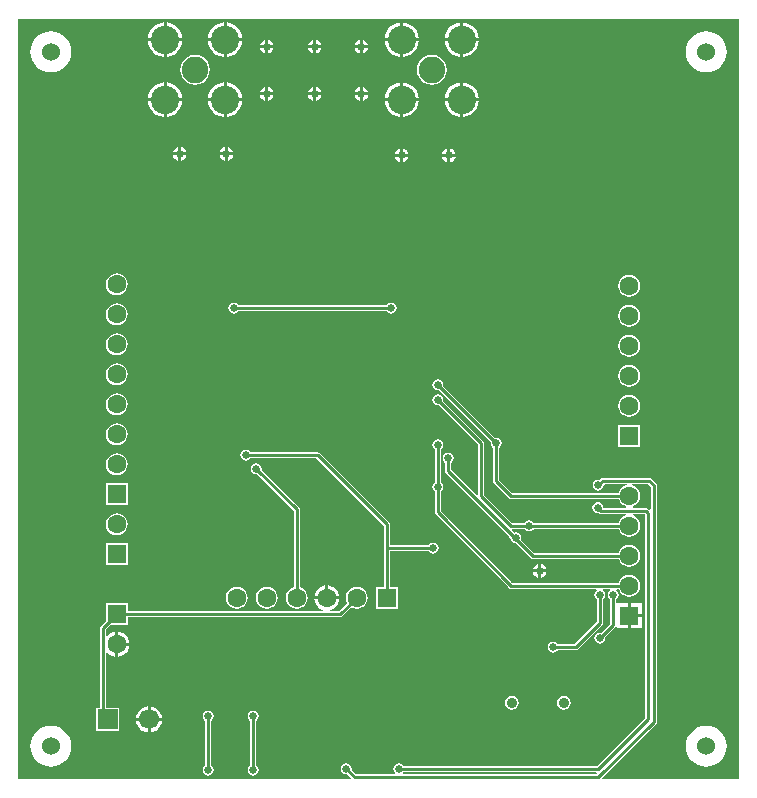
<source format=gbl>
G04*
G04 #@! TF.GenerationSoftware,Altium Limited,Altium NEXUS,2.1.7 (73)*
G04*
G04 Layer_Physical_Order=2*
G04 Layer_Color=16711680*
%FSLAX44Y44*%
%MOMM*%
G71*
G01*
G75*
%ADD14C,0.2540*%
%ADD51C,0.6500*%
%ADD52C,1.5240*%
%ADD53C,0.9000*%
%ADD54R,1.6000X1.6000*%
%ADD55C,1.6000*%
%ADD56C,2.4000*%
%ADD57C,2.2500*%
%ADD58R,1.7000X1.7000*%
%ADD59C,1.7000*%
%ADD60R,1.6000X1.6000*%
G36*
X792430Y518357D02*
Y499320D01*
X791160Y498794D01*
X790283Y499671D01*
X789443Y500233D01*
X788452Y500430D01*
X777504D01*
X777251Y501700D01*
X779045Y502443D01*
X780981Y503929D01*
X782467Y505865D01*
X783401Y508120D01*
X783720Y510540D01*
X783401Y512960D01*
X782467Y515215D01*
X780981Y517151D01*
X779045Y518637D01*
X776790Y519571D01*
X776587Y519598D01*
X776670Y520868D01*
X789919D01*
X792430Y518357D01*
D02*
G37*
G36*
X747112Y275540D02*
X746643Y274930D01*
X583554D01*
X582874Y276200D01*
X582945Y276329D01*
X583421Y276810D01*
X746491D01*
X747112Y275540D01*
D02*
G37*
G36*
X867126Y914116D02*
Y270794D01*
X751930D01*
X751444Y271968D01*
X796851Y317375D01*
X797413Y318215D01*
X797610Y319206D01*
Y519430D01*
X797413Y520421D01*
X796851Y521261D01*
X792823Y525289D01*
X791983Y525850D01*
X790992Y526048D01*
X752058D01*
X751067Y525850D01*
X750227Y525289D01*
X748819Y523882D01*
X748030Y524039D01*
X746266Y523688D01*
X744771Y522689D01*
X743772Y521194D01*
X743421Y519430D01*
X743772Y517666D01*
X744771Y516171D01*
X746266Y515172D01*
X748030Y514821D01*
X749794Y515172D01*
X751289Y516171D01*
X752288Y517666D01*
X752639Y519430D01*
X752558Y519835D01*
X753459Y520868D01*
X772070D01*
X772153Y519598D01*
X771950Y519571D01*
X769695Y518637D01*
X767759Y517151D01*
X766273Y515215D01*
X765409Y513130D01*
X675443D01*
X664260Y524313D01*
Y551284D01*
X664929Y551731D01*
X665928Y553226D01*
X666279Y554990D01*
X665928Y556754D01*
X664929Y558249D01*
X663434Y559248D01*
X661670Y559599D01*
X660881Y559442D01*
X616592Y603731D01*
X616749Y604520D01*
X616398Y606284D01*
X615399Y607779D01*
X613904Y608778D01*
X612140Y609129D01*
X610376Y608778D01*
X608881Y607779D01*
X607882Y606284D01*
X607531Y604520D01*
X607882Y602756D01*
X608881Y601261D01*
X610376Y600262D01*
X612140Y599911D01*
X612929Y600068D01*
X657218Y555779D01*
X657061Y554990D01*
X657412Y553226D01*
X658411Y551731D01*
X659080Y551284D01*
Y523240D01*
X659277Y522249D01*
X659839Y521409D01*
X672539Y508709D01*
X673379Y508147D01*
X674370Y507950D01*
X765409D01*
X766273Y505865D01*
X767759Y503929D01*
X769695Y502443D01*
X771489Y501700D01*
X771236Y500430D01*
X752551D01*
X752379Y500640D01*
X752028Y502404D01*
X751029Y503899D01*
X749534Y504898D01*
X747770Y505249D01*
X746006Y504898D01*
X744511Y503899D01*
X743512Y502404D01*
X743161Y500640D01*
X743512Y498876D01*
X744511Y497381D01*
X746006Y496382D01*
X747770Y496031D01*
X748559Y496188D01*
X748739Y496009D01*
X749579Y495447D01*
X750570Y495250D01*
X771236D01*
X771489Y493980D01*
X769695Y493237D01*
X767759Y491751D01*
X766273Y489815D01*
X765409Y487730D01*
X693316D01*
X692869Y488399D01*
X691374Y489398D01*
X689610Y489749D01*
X687846Y489398D01*
X686351Y488399D01*
X685904Y487730D01*
X675443D01*
X651560Y511613D01*
Y554990D01*
X651363Y555981D01*
X650801Y556821D01*
X616592Y591031D01*
X616749Y591820D01*
X616398Y593584D01*
X615399Y595079D01*
X613904Y596078D01*
X612140Y596429D01*
X610376Y596078D01*
X608881Y595079D01*
X607882Y593584D01*
X607531Y591820D01*
X607882Y590056D01*
X608881Y588561D01*
X610376Y587562D01*
X612140Y587211D01*
X612929Y587368D01*
X646380Y553917D01*
Y511404D01*
X645110Y510878D01*
X623620Y532369D01*
Y538584D01*
X624289Y539031D01*
X625288Y540526D01*
X625639Y542290D01*
X625288Y544054D01*
X624289Y545549D01*
X622794Y546548D01*
X621030Y546899D01*
X619266Y546548D01*
X617771Y545549D01*
X616772Y544054D01*
X616421Y542290D01*
X616772Y540526D01*
X617771Y539031D01*
X618440Y538584D01*
Y531296D01*
X618637Y530305D01*
X619199Y529465D01*
X673590Y475073D01*
X673571Y474980D01*
X673922Y473216D01*
X674921Y471721D01*
X676416Y470722D01*
X678180Y470371D01*
X678273Y470390D01*
X690755Y457909D01*
X691595Y457347D01*
X692586Y457150D01*
X765409D01*
X766273Y455065D01*
X767759Y453129D01*
X769695Y451643D01*
X771950Y450709D01*
X774370Y450390D01*
X776790Y450709D01*
X779045Y451643D01*
X780981Y453129D01*
X782467Y455065D01*
X783401Y457320D01*
X783720Y459740D01*
X783401Y462160D01*
X782467Y464415D01*
X780981Y466351D01*
X779045Y467837D01*
X776790Y468771D01*
X774370Y469090D01*
X771950Y468771D01*
X769695Y467837D01*
X767759Y466351D01*
X766273Y464415D01*
X765409Y462330D01*
X693659D01*
X682493Y473495D01*
X682789Y474980D01*
X682438Y476744D01*
X681439Y478239D01*
X679944Y479238D01*
X678180Y479589D01*
X676695Y479293D01*
X674708Y481280D01*
X675234Y482550D01*
X685904D01*
X686351Y481881D01*
X687846Y480882D01*
X689610Y480531D01*
X691374Y480882D01*
X692869Y481881D01*
X693316Y482550D01*
X765409D01*
X766273Y480465D01*
X767759Y478529D01*
X769695Y477043D01*
X771950Y476109D01*
X774370Y475790D01*
X776790Y476109D01*
X779045Y477043D01*
X780981Y478529D01*
X782467Y480465D01*
X783401Y482720D01*
X783720Y485140D01*
X783401Y487560D01*
X782467Y489815D01*
X780981Y491751D01*
X779045Y493237D01*
X777251Y493980D01*
X777504Y495250D01*
X787350D01*
Y322383D01*
X746957Y281990D01*
X582826D01*
X582379Y282659D01*
X580884Y283658D01*
X579120Y284009D01*
X577356Y283658D01*
X575861Y282659D01*
X574862Y281164D01*
X574511Y279400D01*
X574862Y277636D01*
X575822Y276200D01*
X575754Y275867D01*
X575388Y274930D01*
X542803D01*
X539122Y278611D01*
X539279Y279400D01*
X538928Y281164D01*
X537929Y282659D01*
X536434Y283658D01*
X534670Y284009D01*
X532906Y283658D01*
X531411Y282659D01*
X530412Y281164D01*
X530061Y279400D01*
X530412Y277636D01*
X531411Y276141D01*
X532906Y275142D01*
X534670Y274791D01*
X535459Y274948D01*
X538440Y271968D01*
X537954Y270794D01*
X256824D01*
Y914116D01*
X867126Y914116D01*
D02*
G37*
%LPC*%
G36*
X433400Y911318D02*
Y898090D01*
X446628D01*
X446296Y900616D01*
X444831Y904153D01*
X442500Y907190D01*
X439463Y909521D01*
X435926Y910986D01*
X433400Y911318D01*
D02*
G37*
G36*
X430860D02*
X428334Y910986D01*
X424797Y909521D01*
X421760Y907190D01*
X419429Y904153D01*
X417964Y900616D01*
X417632Y898090D01*
X430860D01*
Y911318D01*
D02*
G37*
G36*
X382600D02*
Y898090D01*
X395828D01*
X395496Y900616D01*
X394031Y904153D01*
X391700Y907190D01*
X388663Y909521D01*
X385126Y910986D01*
X382600Y911318D01*
D02*
G37*
G36*
X380060D02*
X377534Y910986D01*
X373997Y909521D01*
X370960Y907190D01*
X368629Y904153D01*
X367164Y900616D01*
X366832Y898090D01*
X380060D01*
Y911318D01*
D02*
G37*
G36*
X633720Y911268D02*
Y898040D01*
X646948D01*
X646616Y900566D01*
X645151Y904103D01*
X642820Y907140D01*
X639783Y909471D01*
X636246Y910936D01*
X633720Y911268D01*
D02*
G37*
G36*
X582920D02*
Y898040D01*
X596148D01*
X595816Y900566D01*
X594351Y904103D01*
X592020Y907140D01*
X588983Y909471D01*
X585446Y910936D01*
X582920Y911268D01*
D02*
G37*
G36*
X631180Y911268D02*
X628654Y910936D01*
X625117Y909471D01*
X622080Y907140D01*
X619749Y904103D01*
X618284Y900566D01*
X617952Y898040D01*
X631180D01*
Y911268D01*
D02*
G37*
G36*
X580380D02*
X577854Y910936D01*
X574317Y909471D01*
X571280Y907140D01*
X568949Y904103D01*
X567484Y900566D01*
X567152Y898040D01*
X580380D01*
Y911268D01*
D02*
G37*
G36*
X548640Y896551D02*
Y892170D01*
X553021D01*
X552824Y893159D01*
X551544Y895074D01*
X549629Y896354D01*
X548640Y896551D01*
D02*
G37*
G36*
X546100D02*
X545111Y896354D01*
X543196Y895074D01*
X541916Y893159D01*
X541719Y892170D01*
X546100D01*
Y896551D01*
D02*
G37*
G36*
X509270D02*
Y892170D01*
X513651D01*
X513454Y893159D01*
X512174Y895074D01*
X510259Y896354D01*
X509270Y896551D01*
D02*
G37*
G36*
X506730D02*
X505741Y896354D01*
X503826Y895074D01*
X502546Y893159D01*
X502349Y892170D01*
X506730D01*
Y896551D01*
D02*
G37*
G36*
X468630D02*
Y892170D01*
X473011D01*
X472814Y893159D01*
X471534Y895074D01*
X469619Y896354D01*
X468630Y896551D01*
D02*
G37*
G36*
X466090D02*
X465101Y896354D01*
X463186Y895074D01*
X461906Y893159D01*
X461709Y892170D01*
X466090D01*
Y896551D01*
D02*
G37*
G36*
X553021Y889630D02*
X548640D01*
Y885249D01*
X549629Y885446D01*
X551544Y886726D01*
X552824Y888641D01*
X553021Y889630D01*
D02*
G37*
G36*
X546100D02*
X541719D01*
X541916Y888641D01*
X543196Y886726D01*
X545111Y885446D01*
X546100Y885249D01*
Y889630D01*
D02*
G37*
G36*
X513651D02*
X509270D01*
Y885249D01*
X510259Y885446D01*
X512174Y886726D01*
X513454Y888641D01*
X513651Y889630D01*
D02*
G37*
G36*
X506730D02*
X502349D01*
X502546Y888641D01*
X503826Y886726D01*
X505741Y885446D01*
X506730Y885249D01*
Y889630D01*
D02*
G37*
G36*
X473011D02*
X468630D01*
Y885249D01*
X469619Y885446D01*
X471534Y886726D01*
X472814Y888641D01*
X473011Y889630D01*
D02*
G37*
G36*
X466090D02*
X461709D01*
X461906Y888641D01*
X463186Y886726D01*
X465101Y885446D01*
X466090Y885249D01*
Y889630D01*
D02*
G37*
G36*
X380060Y895550D02*
X366832D01*
X367164Y893024D01*
X368629Y889487D01*
X370960Y886450D01*
X373997Y884119D01*
X377534Y882654D01*
X380060Y882322D01*
Y895550D01*
D02*
G37*
G36*
X446628Y895550D02*
X433400D01*
Y882322D01*
X435926Y882654D01*
X439463Y884119D01*
X442500Y886450D01*
X444831Y889487D01*
X446296Y893024D01*
X446628Y895550D01*
D02*
G37*
G36*
X430860D02*
X417632D01*
X417964Y893024D01*
X419429Y889487D01*
X421760Y886450D01*
X424797Y884119D01*
X428334Y882654D01*
X430860Y882322D01*
Y895550D01*
D02*
G37*
G36*
X395828Y895550D02*
X382600D01*
Y882322D01*
X385126Y882654D01*
X388663Y884119D01*
X391700Y886450D01*
X394031Y889487D01*
X395496Y893024D01*
X395828Y895550D01*
D02*
G37*
G36*
X646948Y895500D02*
X633720D01*
Y882272D01*
X636246Y882604D01*
X639783Y884069D01*
X642820Y886400D01*
X645151Y889437D01*
X646616Y892974D01*
X646948Y895500D01*
D02*
G37*
G36*
X596148D02*
X582920D01*
Y882272D01*
X585446Y882604D01*
X588983Y884069D01*
X592020Y886400D01*
X594351Y889437D01*
X595816Y892974D01*
X596148Y895500D01*
D02*
G37*
G36*
X631180D02*
X617952D01*
X618284Y892974D01*
X619749Y889437D01*
X622080Y886400D01*
X625117Y884069D01*
X628654Y882604D01*
X631180Y882272D01*
Y895500D01*
D02*
G37*
G36*
X580380D02*
X567152D01*
X567484Y892974D01*
X568949Y889437D01*
X571280Y886400D01*
X574317Y884069D01*
X577854Y882604D01*
X580380Y882272D01*
Y895500D01*
D02*
G37*
G36*
X839470Y903814D02*
X836085Y903480D01*
X832829Y902493D01*
X829829Y900889D01*
X827199Y898731D01*
X825041Y896101D01*
X823437Y893101D01*
X822450Y889846D01*
X822116Y886460D01*
X822450Y883074D01*
X823437Y879819D01*
X825041Y876819D01*
X827199Y874189D01*
X829829Y872031D01*
X832829Y870427D01*
X836085Y869440D01*
X839470Y869106D01*
X842856Y869440D01*
X846111Y870427D01*
X849111Y872031D01*
X851741Y874189D01*
X853899Y876819D01*
X855503Y879819D01*
X856490Y883074D01*
X856824Y886460D01*
X856490Y889846D01*
X855503Y893101D01*
X853899Y896101D01*
X851741Y898731D01*
X849111Y900889D01*
X846111Y902493D01*
X842856Y903480D01*
X839470Y903814D01*
D02*
G37*
G36*
X284480D02*
X281094Y903480D01*
X277839Y902493D01*
X274839Y900889D01*
X272209Y898731D01*
X270051Y896101D01*
X268447Y893101D01*
X267460Y889846D01*
X267126Y886460D01*
X267460Y883074D01*
X268447Y879819D01*
X270051Y876819D01*
X272209Y874189D01*
X274839Y872031D01*
X277839Y870427D01*
X281094Y869440D01*
X284480Y869106D01*
X287866Y869440D01*
X291121Y870427D01*
X294121Y872031D01*
X296751Y874189D01*
X298909Y876819D01*
X300513Y879819D01*
X301500Y883074D01*
X301834Y886460D01*
X301500Y889846D01*
X300513Y893101D01*
X298909Y896101D01*
X296751Y898731D01*
X294121Y900889D01*
X291121Y902493D01*
X287866Y903480D01*
X284480Y903814D01*
D02*
G37*
G36*
X406730Y884048D02*
X403462Y883618D01*
X400416Y882356D01*
X397801Y880349D01*
X395794Y877734D01*
X394532Y874688D01*
X394102Y871420D01*
X394532Y868152D01*
X395794Y865106D01*
X397801Y862491D01*
X400416Y860484D01*
X403462Y859222D01*
X406730Y858792D01*
X409998Y859222D01*
X413044Y860484D01*
X415659Y862491D01*
X417666Y865106D01*
X418928Y868152D01*
X419358Y871420D01*
X418928Y874688D01*
X417666Y877734D01*
X415659Y880349D01*
X413044Y882356D01*
X409998Y883618D01*
X406730Y884048D01*
D02*
G37*
G36*
X607050Y883998D02*
X603782Y883568D01*
X600736Y882306D01*
X598121Y880299D01*
X596114Y877684D01*
X594852Y874638D01*
X594422Y871370D01*
X594852Y868102D01*
X596114Y865056D01*
X598121Y862441D01*
X600736Y860434D01*
X603782Y859172D01*
X607050Y858742D01*
X610318Y859172D01*
X613364Y860434D01*
X615979Y862441D01*
X617986Y865056D01*
X619248Y868102D01*
X619678Y871370D01*
X619248Y874638D01*
X617986Y877684D01*
X615979Y880299D01*
X613364Y882306D01*
X610318Y883568D01*
X607050Y883998D01*
D02*
G37*
G36*
X548640Y856551D02*
Y852170D01*
X553021D01*
X552824Y853159D01*
X551544Y855074D01*
X549629Y856354D01*
X548640Y856551D01*
D02*
G37*
G36*
X546100D02*
X545111Y856354D01*
X543196Y855074D01*
X541916Y853159D01*
X541719Y852170D01*
X546100D01*
Y856551D01*
D02*
G37*
G36*
X509270D02*
Y852170D01*
X513651D01*
X513454Y853159D01*
X512174Y855074D01*
X510259Y856354D01*
X509270Y856551D01*
D02*
G37*
G36*
X506730D02*
X505741Y856354D01*
X503826Y855074D01*
X502546Y853159D01*
X502349Y852170D01*
X506730D01*
Y856551D01*
D02*
G37*
G36*
X468630D02*
Y852170D01*
X473011D01*
X472814Y853159D01*
X471534Y855074D01*
X469619Y856354D01*
X468630Y856551D01*
D02*
G37*
G36*
X466090D02*
X465101Y856354D01*
X463186Y855074D01*
X461906Y853159D01*
X461709Y852170D01*
X466090D01*
Y856551D01*
D02*
G37*
G36*
X433400Y860518D02*
Y847290D01*
X446628D01*
X446296Y849816D01*
X444831Y853353D01*
X442500Y856390D01*
X439463Y858721D01*
X435926Y860186D01*
X433400Y860518D01*
D02*
G37*
G36*
X430860D02*
X428334Y860186D01*
X424797Y858721D01*
X421760Y856390D01*
X419429Y853353D01*
X417964Y849816D01*
X417632Y847290D01*
X430860D01*
Y860518D01*
D02*
G37*
G36*
X382600D02*
Y847290D01*
X395828D01*
X395496Y849816D01*
X394031Y853353D01*
X391700Y856390D01*
X388663Y858721D01*
X385126Y860186D01*
X382600Y860518D01*
D02*
G37*
G36*
X380060D02*
X377534Y860186D01*
X373997Y858721D01*
X370960Y856390D01*
X368629Y853353D01*
X367164Y849816D01*
X366832Y847290D01*
X380060D01*
Y860518D01*
D02*
G37*
G36*
X633720Y860468D02*
Y847240D01*
X646948D01*
X646616Y849766D01*
X645151Y853303D01*
X642820Y856340D01*
X639783Y858671D01*
X636246Y860136D01*
X633720Y860468D01*
D02*
G37*
G36*
X582920D02*
Y847240D01*
X596148D01*
X595816Y849766D01*
X594351Y853303D01*
X592020Y856340D01*
X588983Y858671D01*
X585446Y860136D01*
X582920Y860468D01*
D02*
G37*
G36*
X631180D02*
X628654Y860136D01*
X625117Y858671D01*
X622080Y856340D01*
X619749Y853303D01*
X618284Y849766D01*
X617952Y847240D01*
X631180D01*
Y860468D01*
D02*
G37*
G36*
X580380D02*
X577854Y860136D01*
X574317Y858671D01*
X571280Y856340D01*
X568949Y853303D01*
X567484Y849766D01*
X567152Y847240D01*
X580380D01*
Y860468D01*
D02*
G37*
G36*
X553021Y849630D02*
X548640D01*
Y845249D01*
X549629Y845446D01*
X551544Y846726D01*
X552824Y848641D01*
X553021Y849630D01*
D02*
G37*
G36*
X546100D02*
X541719D01*
X541916Y848641D01*
X543196Y846726D01*
X545111Y845446D01*
X546100Y845249D01*
Y849630D01*
D02*
G37*
G36*
X513651D02*
X509270D01*
Y845249D01*
X510259Y845446D01*
X512174Y846726D01*
X513454Y848641D01*
X513651Y849630D01*
D02*
G37*
G36*
X506730D02*
X502349D01*
X502546Y848641D01*
X503826Y846726D01*
X505741Y845446D01*
X506730Y845249D01*
Y849630D01*
D02*
G37*
G36*
X473011D02*
X468630D01*
Y845249D01*
X469619Y845446D01*
X471534Y846726D01*
X472814Y848641D01*
X473011Y849630D01*
D02*
G37*
G36*
X466090D02*
X461709D01*
X461906Y848641D01*
X463186Y846726D01*
X465101Y845446D01*
X466090Y845249D01*
Y849630D01*
D02*
G37*
G36*
X380060Y844750D02*
X366832D01*
X367164Y842224D01*
X368629Y838687D01*
X370960Y835650D01*
X373997Y833319D01*
X377534Y831854D01*
X380060Y831522D01*
Y844750D01*
D02*
G37*
G36*
X446628Y844750D02*
X433400D01*
Y831522D01*
X435926Y831854D01*
X439463Y833319D01*
X442500Y835650D01*
X444831Y838687D01*
X446296Y842224D01*
X446628Y844750D01*
D02*
G37*
G36*
X430860D02*
X417632D01*
X417964Y842224D01*
X419429Y838687D01*
X421760Y835650D01*
X424797Y833319D01*
X428334Y831854D01*
X430860Y831522D01*
Y844750D01*
D02*
G37*
G36*
X395828Y844750D02*
X382600D01*
Y831522D01*
X385126Y831854D01*
X388663Y833319D01*
X391700Y835650D01*
X394031Y838687D01*
X395496Y842224D01*
X395828Y844750D01*
D02*
G37*
G36*
X646948Y844700D02*
X633720D01*
Y831472D01*
X636246Y831804D01*
X639783Y833269D01*
X642820Y835600D01*
X645151Y838637D01*
X646616Y842174D01*
X646948Y844700D01*
D02*
G37*
G36*
X596148D02*
X582920D01*
Y831472D01*
X585446Y831804D01*
X588983Y833269D01*
X592020Y835600D01*
X594351Y838637D01*
X595816Y842174D01*
X596148Y844700D01*
D02*
G37*
G36*
X631180D02*
X617952D01*
X618284Y842174D01*
X619749Y838637D01*
X622080Y835600D01*
X625117Y833269D01*
X628654Y831804D01*
X631180Y831472D01*
Y844700D01*
D02*
G37*
G36*
X580380D02*
X567152D01*
X567484Y842174D01*
X568949Y838637D01*
X571280Y835600D01*
X574317Y833269D01*
X577854Y831804D01*
X580380Y831472D01*
Y844700D01*
D02*
G37*
G36*
X434340Y805751D02*
Y801370D01*
X438721D01*
X438524Y802359D01*
X437244Y804274D01*
X435329Y805554D01*
X434340Y805751D01*
D02*
G37*
G36*
X431800D02*
X430811Y805554D01*
X428896Y804274D01*
X427616Y802359D01*
X427419Y801370D01*
X431800D01*
Y805751D01*
D02*
G37*
G36*
X394970D02*
Y801370D01*
X399351D01*
X399154Y802359D01*
X397874Y804274D01*
X395959Y805554D01*
X394970Y805751D01*
D02*
G37*
G36*
X392430D02*
X391441Y805554D01*
X389526Y804274D01*
X388246Y802359D01*
X388049Y801370D01*
X392430D01*
Y805751D01*
D02*
G37*
G36*
X622930Y804481D02*
Y800100D01*
X627311D01*
X627114Y801089D01*
X625834Y803004D01*
X623919Y804284D01*
X622930Y804481D01*
D02*
G37*
G36*
X620390D02*
X619401Y804284D01*
X617486Y803004D01*
X616206Y801089D01*
X616009Y800100D01*
X620390D01*
Y804481D01*
D02*
G37*
G36*
X582930D02*
Y800100D01*
X587311D01*
X587114Y801089D01*
X585834Y803004D01*
X583919Y804284D01*
X582930Y804481D01*
D02*
G37*
G36*
X580390D02*
X579401Y804284D01*
X577486Y803004D01*
X576206Y801089D01*
X576009Y800100D01*
X580390D01*
Y804481D01*
D02*
G37*
G36*
X438721Y798830D02*
X434340D01*
Y794449D01*
X435329Y794646D01*
X437244Y795926D01*
X438524Y797841D01*
X438721Y798830D01*
D02*
G37*
G36*
X431800D02*
X427419D01*
X427616Y797841D01*
X428896Y795926D01*
X430811Y794646D01*
X431800Y794449D01*
Y798830D01*
D02*
G37*
G36*
X399351D02*
X394970D01*
Y794449D01*
X395959Y794646D01*
X397874Y795926D01*
X399154Y797841D01*
X399351Y798830D01*
D02*
G37*
G36*
X392430D02*
X388049D01*
X388246Y797841D01*
X389526Y795926D01*
X391441Y794646D01*
X392430Y794449D01*
Y798830D01*
D02*
G37*
G36*
X627311Y797560D02*
X622930D01*
Y793179D01*
X623919Y793376D01*
X625834Y794656D01*
X627114Y796571D01*
X627311Y797560D01*
D02*
G37*
G36*
X620390D02*
X616009D01*
X616206Y796571D01*
X617486Y794656D01*
X619401Y793376D01*
X620390Y793179D01*
Y797560D01*
D02*
G37*
G36*
X587311D02*
X582930D01*
Y793179D01*
X583919Y793376D01*
X585834Y794656D01*
X587114Y796571D01*
X587311Y797560D01*
D02*
G37*
G36*
X580390D02*
X576009D01*
X576206Y796571D01*
X577486Y794656D01*
X579401Y793376D01*
X580390Y793179D01*
Y797560D01*
D02*
G37*
G36*
X340360Y698960D02*
X337940Y698641D01*
X335685Y697707D01*
X333749Y696221D01*
X332263Y694285D01*
X331329Y692030D01*
X331010Y689610D01*
X331329Y687190D01*
X332263Y684935D01*
X333749Y682999D01*
X335685Y681513D01*
X337940Y680579D01*
X340360Y680260D01*
X342780Y680579D01*
X345035Y681513D01*
X346971Y682999D01*
X348457Y684935D01*
X349391Y687190D01*
X349710Y689610D01*
X349391Y692030D01*
X348457Y694285D01*
X346971Y696221D01*
X345035Y697707D01*
X342780Y698641D01*
X340360Y698960D01*
D02*
G37*
G36*
X774370Y697690D02*
X771950Y697371D01*
X769695Y696437D01*
X767759Y694951D01*
X766273Y693015D01*
X765339Y690760D01*
X765020Y688340D01*
X765339Y685920D01*
X766273Y683665D01*
X767759Y681729D01*
X769695Y680243D01*
X771950Y679309D01*
X774370Y678990D01*
X776790Y679309D01*
X779045Y680243D01*
X780981Y681729D01*
X782467Y683665D01*
X783401Y685920D01*
X783720Y688340D01*
X783401Y690760D01*
X782467Y693015D01*
X780981Y694951D01*
X779045Y696437D01*
X776790Y697371D01*
X774370Y697690D01*
D02*
G37*
G36*
X572770Y673899D02*
X571006Y673548D01*
X569511Y672549D01*
X569064Y671880D01*
X443126D01*
X442679Y672549D01*
X441184Y673548D01*
X439420Y673899D01*
X437656Y673548D01*
X436161Y672549D01*
X435162Y671054D01*
X434811Y669290D01*
X435162Y667526D01*
X436161Y666031D01*
X437656Y665032D01*
X439420Y664681D01*
X441184Y665032D01*
X442679Y666031D01*
X443126Y666700D01*
X569064D01*
X569511Y666031D01*
X571006Y665032D01*
X572770Y664681D01*
X574534Y665032D01*
X576029Y666031D01*
X577028Y667526D01*
X577379Y669290D01*
X577028Y671054D01*
X576029Y672549D01*
X574534Y673548D01*
X572770Y673899D01*
D02*
G37*
G36*
X340360Y673560D02*
X337940Y673241D01*
X335685Y672307D01*
X333749Y670821D01*
X332263Y668885D01*
X331329Y666630D01*
X331010Y664210D01*
X331329Y661790D01*
X332263Y659535D01*
X333749Y657599D01*
X335685Y656113D01*
X337940Y655179D01*
X340360Y654860D01*
X342780Y655179D01*
X345035Y656113D01*
X346971Y657599D01*
X348457Y659535D01*
X349391Y661790D01*
X349710Y664210D01*
X349391Y666630D01*
X348457Y668885D01*
X346971Y670821D01*
X345035Y672307D01*
X342780Y673241D01*
X340360Y673560D01*
D02*
G37*
G36*
X774370Y672290D02*
X771950Y671971D01*
X769695Y671037D01*
X767759Y669551D01*
X766273Y667615D01*
X765339Y665360D01*
X765020Y662940D01*
X765339Y660520D01*
X766273Y658265D01*
X767759Y656329D01*
X769695Y654843D01*
X771950Y653909D01*
X774370Y653590D01*
X776790Y653909D01*
X779045Y654843D01*
X780981Y656329D01*
X782467Y658265D01*
X783401Y660520D01*
X783720Y662940D01*
X783401Y665360D01*
X782467Y667615D01*
X780981Y669551D01*
X779045Y671037D01*
X776790Y671971D01*
X774370Y672290D01*
D02*
G37*
G36*
X340360Y648160D02*
X337940Y647841D01*
X335685Y646907D01*
X333749Y645421D01*
X332263Y643485D01*
X331329Y641230D01*
X331010Y638810D01*
X331329Y636390D01*
X332263Y634135D01*
X333749Y632199D01*
X335685Y630713D01*
X337940Y629779D01*
X340360Y629460D01*
X342780Y629779D01*
X345035Y630713D01*
X346971Y632199D01*
X348457Y634135D01*
X349391Y636390D01*
X349710Y638810D01*
X349391Y641230D01*
X348457Y643485D01*
X346971Y645421D01*
X345035Y646907D01*
X342780Y647841D01*
X340360Y648160D01*
D02*
G37*
G36*
X774370Y646890D02*
X771950Y646571D01*
X769695Y645637D01*
X767759Y644151D01*
X766273Y642215D01*
X765339Y639960D01*
X765020Y637540D01*
X765339Y635120D01*
X766273Y632865D01*
X767759Y630929D01*
X769695Y629443D01*
X771950Y628509D01*
X774370Y628190D01*
X776790Y628509D01*
X779045Y629443D01*
X780981Y630929D01*
X782467Y632865D01*
X783401Y635120D01*
X783720Y637540D01*
X783401Y639960D01*
X782467Y642215D01*
X780981Y644151D01*
X779045Y645637D01*
X776790Y646571D01*
X774370Y646890D01*
D02*
G37*
G36*
X340360Y622760D02*
X337940Y622441D01*
X335685Y621507D01*
X333749Y620021D01*
X332263Y618085D01*
X331329Y615830D01*
X331010Y613410D01*
X331329Y610990D01*
X332263Y608735D01*
X333749Y606799D01*
X335685Y605313D01*
X337940Y604379D01*
X340360Y604060D01*
X342780Y604379D01*
X345035Y605313D01*
X346971Y606799D01*
X348457Y608735D01*
X349391Y610990D01*
X349710Y613410D01*
X349391Y615830D01*
X348457Y618085D01*
X346971Y620021D01*
X345035Y621507D01*
X342780Y622441D01*
X340360Y622760D01*
D02*
G37*
G36*
X774370Y621490D02*
X771950Y621171D01*
X769695Y620237D01*
X767759Y618751D01*
X766273Y616815D01*
X765339Y614560D01*
X765020Y612140D01*
X765339Y609720D01*
X766273Y607465D01*
X767759Y605529D01*
X769695Y604043D01*
X771950Y603109D01*
X774370Y602790D01*
X776790Y603109D01*
X779045Y604043D01*
X780981Y605529D01*
X782467Y607465D01*
X783401Y609720D01*
X783720Y612140D01*
X783401Y614560D01*
X782467Y616815D01*
X780981Y618751D01*
X779045Y620237D01*
X776790Y621171D01*
X774370Y621490D01*
D02*
G37*
G36*
X340360Y597360D02*
X337940Y597041D01*
X335685Y596107D01*
X333749Y594621D01*
X332263Y592685D01*
X331329Y590430D01*
X331010Y588010D01*
X331329Y585590D01*
X332263Y583335D01*
X333749Y581399D01*
X335685Y579913D01*
X337940Y578979D01*
X340360Y578660D01*
X342780Y578979D01*
X345035Y579913D01*
X346971Y581399D01*
X348457Y583335D01*
X349391Y585590D01*
X349710Y588010D01*
X349391Y590430D01*
X348457Y592685D01*
X346971Y594621D01*
X345035Y596107D01*
X342780Y597041D01*
X340360Y597360D01*
D02*
G37*
G36*
X774370Y596090D02*
X771950Y595771D01*
X769695Y594837D01*
X767759Y593351D01*
X766273Y591415D01*
X765339Y589160D01*
X765020Y586740D01*
X765339Y584320D01*
X766273Y582065D01*
X767759Y580129D01*
X769695Y578643D01*
X771950Y577709D01*
X774370Y577390D01*
X776790Y577709D01*
X779045Y578643D01*
X780981Y580129D01*
X782467Y582065D01*
X783401Y584320D01*
X783720Y586740D01*
X783401Y589160D01*
X782467Y591415D01*
X780981Y593351D01*
X779045Y594837D01*
X776790Y595771D01*
X774370Y596090D01*
D02*
G37*
G36*
X340360Y571960D02*
X337940Y571641D01*
X335685Y570707D01*
X333749Y569221D01*
X332263Y567285D01*
X331329Y565030D01*
X331010Y562610D01*
X331329Y560190D01*
X332263Y557935D01*
X333749Y555999D01*
X335685Y554513D01*
X337940Y553579D01*
X340360Y553260D01*
X342780Y553579D01*
X345035Y554513D01*
X346971Y555999D01*
X348457Y557935D01*
X349391Y560190D01*
X349710Y562610D01*
X349391Y565030D01*
X348457Y567285D01*
X346971Y569221D01*
X345035Y570707D01*
X342780Y571641D01*
X340360Y571960D01*
D02*
G37*
G36*
X783640Y570610D02*
X765100D01*
Y552070D01*
X783640D01*
Y570610D01*
D02*
G37*
G36*
X340360Y546560D02*
X337940Y546241D01*
X335685Y545307D01*
X333749Y543821D01*
X332263Y541885D01*
X331329Y539630D01*
X331010Y537210D01*
X331329Y534790D01*
X332263Y532535D01*
X333749Y530599D01*
X335685Y529113D01*
X337940Y528179D01*
X340360Y527860D01*
X342780Y528179D01*
X345035Y529113D01*
X346971Y530599D01*
X348457Y532535D01*
X349391Y534790D01*
X349710Y537210D01*
X349391Y539630D01*
X348457Y541885D01*
X346971Y543821D01*
X345035Y545307D01*
X342780Y546241D01*
X340360Y546560D01*
D02*
G37*
G36*
X349630Y521080D02*
X331090D01*
Y502540D01*
X349630D01*
Y521080D01*
D02*
G37*
G36*
X340360Y495760D02*
X337940Y495441D01*
X335685Y494507D01*
X333749Y493021D01*
X332263Y491085D01*
X331329Y488830D01*
X331010Y486410D01*
X331329Y483990D01*
X332263Y481735D01*
X333749Y479799D01*
X335685Y478313D01*
X337940Y477379D01*
X340360Y477060D01*
X342780Y477379D01*
X345035Y478313D01*
X346971Y479799D01*
X348457Y481735D01*
X349391Y483990D01*
X349710Y486410D01*
X349391Y488830D01*
X348457Y491085D01*
X346971Y493021D01*
X345035Y494507D01*
X342780Y495441D01*
X340360Y495760D01*
D02*
G37*
G36*
X449580Y549439D02*
X447816Y549088D01*
X446321Y548089D01*
X445322Y546594D01*
X444971Y544830D01*
X445322Y543066D01*
X446321Y541571D01*
X447816Y540572D01*
X449580Y540221D01*
X451344Y540572D01*
X452839Y541571D01*
X453286Y542240D01*
X509467D01*
X566370Y485337D01*
Y464820D01*
Y433450D01*
X559690D01*
Y414910D01*
X578230D01*
Y433450D01*
X571550D01*
Y463500D01*
X604624D01*
X605071Y462831D01*
X606566Y461832D01*
X608330Y461481D01*
X610094Y461832D01*
X611589Y462831D01*
X612588Y464326D01*
X612939Y466090D01*
X612588Y467854D01*
X611589Y469349D01*
X610094Y470348D01*
X608330Y470699D01*
X606566Y470348D01*
X605071Y469349D01*
X604624Y468680D01*
X571550D01*
Y486410D01*
X571353Y487401D01*
X570791Y488241D01*
X512371Y546661D01*
X511531Y547223D01*
X510540Y547420D01*
X453286D01*
X452839Y548089D01*
X451344Y549088D01*
X449580Y549439D01*
D02*
G37*
G36*
X349630Y470280D02*
X331090D01*
Y451740D01*
X349630D01*
Y470280D01*
D02*
G37*
G36*
X699770Y452691D02*
Y448310D01*
X704151D01*
X703954Y449299D01*
X702674Y451214D01*
X700759Y452494D01*
X699770Y452691D01*
D02*
G37*
G36*
X697230D02*
X696241Y452494D01*
X694326Y451214D01*
X693046Y449299D01*
X692849Y448310D01*
X697230D01*
Y452691D01*
D02*
G37*
G36*
X704151Y445770D02*
X699770D01*
Y441389D01*
X700759Y441586D01*
X702674Y442866D01*
X703954Y444781D01*
X704151Y445770D01*
D02*
G37*
G36*
X697230D02*
X692849D01*
X693046Y444781D01*
X694326Y442866D01*
X696241Y441586D01*
X697230Y441389D01*
Y445770D01*
D02*
G37*
G36*
X519430Y434644D02*
Y425450D01*
X528624D01*
X528429Y426931D01*
X527367Y429496D01*
X525677Y431697D01*
X523475Y433387D01*
X520911Y434449D01*
X519430Y434644D01*
D02*
G37*
G36*
X516890D02*
X515409Y434449D01*
X512845Y433387D01*
X510643Y431697D01*
X508953Y429496D01*
X507891Y426931D01*
X507696Y425450D01*
X516890D01*
Y434644D01*
D02*
G37*
G36*
X612140Y558329D02*
X610376Y557978D01*
X608881Y556979D01*
X607882Y555484D01*
X607531Y553720D01*
X607882Y551956D01*
X608881Y550461D01*
X609550Y550014D01*
Y521866D01*
X608881Y521419D01*
X607882Y519924D01*
X607531Y518160D01*
X607882Y516396D01*
X608881Y514901D01*
X609550Y514454D01*
Y496570D01*
X609747Y495579D01*
X610309Y494739D01*
X672539Y432509D01*
X673379Y431947D01*
X674370Y431750D01*
X746406D01*
X746792Y430480D01*
X746041Y429979D01*
X745042Y428484D01*
X744691Y426720D01*
X745042Y424956D01*
X746041Y423461D01*
X746710Y423014D01*
Y403663D01*
X727907Y384860D01*
X713636D01*
X713189Y385529D01*
X711694Y386528D01*
X709930Y386879D01*
X708166Y386528D01*
X706671Y385529D01*
X705672Y384034D01*
X705321Y382270D01*
X705672Y380506D01*
X706671Y379011D01*
X708166Y378012D01*
X709930Y377661D01*
X711694Y378012D01*
X713189Y379011D01*
X713636Y379680D01*
X728980D01*
X729971Y379877D01*
X730811Y380439D01*
X751131Y400759D01*
X751693Y401599D01*
X751890Y402590D01*
Y423014D01*
X752559Y423461D01*
X753558Y424956D01*
X753909Y426720D01*
X753558Y428484D01*
X752559Y429979D01*
X751808Y430480D01*
X752194Y431750D01*
X757837D01*
X758222Y430480D01*
X757471Y429979D01*
X756472Y428484D01*
X756121Y426720D01*
X756472Y424956D01*
X757471Y423461D01*
X758140Y423014D01*
Y402393D01*
X750089Y394342D01*
X749300Y394499D01*
X747536Y394148D01*
X746041Y393149D01*
X745042Y391654D01*
X744691Y389890D01*
X745042Y388126D01*
X746041Y386631D01*
X747536Y385632D01*
X749300Y385281D01*
X751064Y385632D01*
X752559Y386631D01*
X753558Y388126D01*
X753909Y389890D01*
X753752Y390679D01*
X762560Y399487D01*
X762565Y399487D01*
X763830Y399102D01*
Y398400D01*
X773100D01*
Y408940D01*
Y419480D01*
X764590D01*
X763830Y419480D01*
X763320Y420539D01*
Y423014D01*
X763989Y423461D01*
X764988Y424956D01*
X765339Y426720D01*
X764988Y428484D01*
X763989Y429979D01*
X763238Y430480D01*
X763624Y431750D01*
X765409D01*
X766273Y429665D01*
X767759Y427729D01*
X769695Y426243D01*
X771950Y425309D01*
X774370Y424990D01*
X776790Y425309D01*
X779045Y426243D01*
X780981Y427729D01*
X782467Y429665D01*
X783401Y431920D01*
X783720Y434340D01*
X783401Y436760D01*
X782467Y439015D01*
X780981Y440951D01*
X779045Y442437D01*
X776790Y443371D01*
X774370Y443690D01*
X771950Y443371D01*
X769695Y442437D01*
X767759Y440951D01*
X766273Y439015D01*
X765409Y436930D01*
X675443D01*
X614730Y497643D01*
Y514454D01*
X615399Y514901D01*
X616398Y516396D01*
X616749Y518160D01*
X616398Y519924D01*
X615399Y521419D01*
X614730Y521866D01*
Y550014D01*
X615399Y550461D01*
X616398Y551956D01*
X616749Y553720D01*
X616398Y555484D01*
X615399Y556979D01*
X613904Y557978D01*
X612140Y558329D01*
D02*
G37*
G36*
X458470Y538009D02*
X456706Y537658D01*
X455211Y536659D01*
X454212Y535164D01*
X453861Y533400D01*
X454212Y531636D01*
X455211Y530141D01*
X456706Y529142D01*
X458470Y528791D01*
X459259Y528948D01*
X490170Y498037D01*
Y433141D01*
X488085Y432277D01*
X486149Y430791D01*
X484663Y428855D01*
X483729Y426600D01*
X483410Y424180D01*
X483729Y421760D01*
X484663Y419505D01*
X486149Y417569D01*
X488085Y416083D01*
X490340Y415149D01*
X492760Y414830D01*
X495180Y415149D01*
X497435Y416083D01*
X499371Y417569D01*
X500857Y419505D01*
X501791Y421760D01*
X502110Y424180D01*
X501791Y426600D01*
X500857Y428855D01*
X499371Y430791D01*
X497435Y432277D01*
X495350Y433141D01*
Y499110D01*
X495153Y500101D01*
X494591Y500941D01*
X462922Y532611D01*
X463079Y533400D01*
X462728Y535164D01*
X461729Y536659D01*
X460234Y537658D01*
X458470Y538009D01*
D02*
G37*
G36*
X467360Y433530D02*
X464940Y433211D01*
X462685Y432277D01*
X460749Y430791D01*
X459263Y428855D01*
X458329Y426600D01*
X458010Y424180D01*
X458329Y421760D01*
X459263Y419505D01*
X460749Y417569D01*
X462685Y416083D01*
X464940Y415149D01*
X467360Y414830D01*
X469780Y415149D01*
X472035Y416083D01*
X473971Y417569D01*
X475457Y419505D01*
X476391Y421760D01*
X476710Y424180D01*
X476391Y426600D01*
X475457Y428855D01*
X473971Y430791D01*
X472035Y432277D01*
X469780Y433211D01*
X467360Y433530D01*
D02*
G37*
G36*
X441960D02*
X439540Y433211D01*
X437285Y432277D01*
X435349Y430791D01*
X433863Y428855D01*
X432929Y426600D01*
X432610Y424180D01*
X432929Y421760D01*
X433863Y419505D01*
X435349Y417569D01*
X437285Y416083D01*
X439540Y415149D01*
X441960Y414830D01*
X444380Y415149D01*
X446635Y416083D01*
X448571Y417569D01*
X450057Y419505D01*
X450991Y421760D01*
X451310Y424180D01*
X450991Y426600D01*
X450057Y428855D01*
X448571Y430791D01*
X446635Y432277D01*
X444380Y433211D01*
X441960Y433530D01*
D02*
G37*
G36*
X543560D02*
X541140Y433211D01*
X538885Y432277D01*
X536949Y430791D01*
X535463Y428855D01*
X534529Y426600D01*
X534210Y424180D01*
X534529Y421760D01*
X535392Y419675D01*
X528517Y412800D01*
X521547D01*
X521294Y414070D01*
X523475Y414973D01*
X525677Y416663D01*
X527367Y418865D01*
X528429Y421428D01*
X528624Y422910D01*
X518160D01*
X507696D01*
X507891Y421428D01*
X508953Y418865D01*
X510643Y416663D01*
X512845Y414973D01*
X515026Y414070D01*
X514773Y412800D01*
X349630D01*
Y419480D01*
X331090D01*
Y404603D01*
X326719Y400231D01*
X326157Y399391D01*
X325960Y398400D01*
Y331080D01*
X322970D01*
Y311540D01*
X342510D01*
Y331080D01*
X331140D01*
Y377426D01*
X332410Y377857D01*
X332843Y377293D01*
X335045Y375603D01*
X337608Y374541D01*
X339090Y374346D01*
Y384810D01*
Y395274D01*
X337608Y395079D01*
X335045Y394017D01*
X332843Y392327D01*
X332410Y391763D01*
X331140Y392194D01*
Y397327D01*
X334753Y400940D01*
X349630D01*
Y407620D01*
X529590D01*
X530581Y407817D01*
X531421Y408379D01*
X539055Y416012D01*
X541140Y415149D01*
X543560Y414830D01*
X545980Y415149D01*
X548235Y416083D01*
X550171Y417569D01*
X551657Y419505D01*
X552591Y421760D01*
X552910Y424180D01*
X552591Y426600D01*
X551657Y428855D01*
X550171Y430791D01*
X548235Y432277D01*
X545980Y433211D01*
X543560Y433530D01*
D02*
G37*
G36*
X775640Y419480D02*
Y410210D01*
X784910D01*
Y419480D01*
X775640D01*
D02*
G37*
G36*
X784910Y407670D02*
X775640D01*
Y398400D01*
X784910D01*
Y407670D01*
D02*
G37*
G36*
X341630Y395274D02*
Y386080D01*
X350824D01*
X350629Y387561D01*
X349567Y390126D01*
X347877Y392327D01*
X345676Y394017D01*
X343111Y395079D01*
X341630Y395274D01*
D02*
G37*
G36*
X350824Y383540D02*
X341630D01*
Y374346D01*
X343111Y374541D01*
X345676Y375603D01*
X347877Y377293D01*
X349567Y379495D01*
X350629Y382058D01*
X350824Y383540D01*
D02*
G37*
G36*
X718820Y341163D02*
X716569Y340715D01*
X714660Y339440D01*
X713385Y337531D01*
X712937Y335280D01*
X713385Y333029D01*
X714660Y331120D01*
X716569Y329845D01*
X718820Y329397D01*
X721071Y329845D01*
X722980Y331120D01*
X724255Y333029D01*
X724703Y335280D01*
X724255Y337531D01*
X722980Y339440D01*
X721071Y340715D01*
X718820Y341163D01*
D02*
G37*
G36*
X674820D02*
X672569Y340715D01*
X670660Y339440D01*
X669385Y337531D01*
X668937Y335280D01*
X669385Y333029D01*
X670660Y331120D01*
X672569Y329845D01*
X674820Y329397D01*
X677071Y329845D01*
X678980Y331120D01*
X680255Y333029D01*
X680703Y335280D01*
X680255Y337531D01*
X678980Y339440D01*
X677071Y340715D01*
X674820Y341163D01*
D02*
G37*
G36*
X369010Y332278D02*
Y322580D01*
X378708D01*
X378496Y324192D01*
X377383Y326878D01*
X375614Y329184D01*
X373308Y330953D01*
X370622Y332066D01*
X369010Y332278D01*
D02*
G37*
G36*
X366470D02*
X364858Y332066D01*
X362172Y330953D01*
X359866Y329184D01*
X358097Y326878D01*
X356984Y324192D01*
X356772Y322580D01*
X366470D01*
Y332278D01*
D02*
G37*
G36*
X378708Y320040D02*
X369010D01*
Y310342D01*
X370622Y310554D01*
X373308Y311667D01*
X375614Y313436D01*
X377383Y315742D01*
X378496Y318428D01*
X378708Y320040D01*
D02*
G37*
G36*
X366470D02*
X356772D01*
X356984Y318428D01*
X358097Y315742D01*
X359866Y313436D01*
X362172Y311667D01*
X364858Y310554D01*
X366470Y310342D01*
Y320040D01*
D02*
G37*
G36*
X839470Y315804D02*
X836085Y315470D01*
X832829Y314483D01*
X829829Y312879D01*
X827199Y310721D01*
X825041Y308091D01*
X823437Y305091D01*
X822450Y301835D01*
X822116Y298450D01*
X822450Y295065D01*
X823437Y291809D01*
X825041Y288809D01*
X827199Y286179D01*
X829829Y284021D01*
X832829Y282417D01*
X836085Y281430D01*
X839470Y281096D01*
X842856Y281430D01*
X846111Y282417D01*
X849111Y284021D01*
X851741Y286179D01*
X853899Y288809D01*
X855503Y291809D01*
X856490Y295065D01*
X856824Y298450D01*
X856490Y301835D01*
X855503Y305091D01*
X853899Y308091D01*
X851741Y310721D01*
X849111Y312879D01*
X846111Y314483D01*
X842856Y315470D01*
X839470Y315804D01*
D02*
G37*
G36*
X284480D02*
X281094Y315470D01*
X277839Y314483D01*
X274839Y312879D01*
X272209Y310721D01*
X270051Y308091D01*
X268447Y305091D01*
X267460Y301835D01*
X267126Y298450D01*
X267460Y295065D01*
X268447Y291809D01*
X270051Y288809D01*
X272209Y286179D01*
X274839Y284021D01*
X277839Y282417D01*
X281094Y281430D01*
X284480Y281096D01*
X287866Y281430D01*
X291121Y282417D01*
X294121Y284021D01*
X296751Y286179D01*
X298909Y288809D01*
X300513Y291809D01*
X301500Y295065D01*
X301834Y298450D01*
X301500Y301835D01*
X300513Y305091D01*
X298909Y308091D01*
X296751Y310721D01*
X294121Y312879D01*
X291121Y314483D01*
X287866Y315470D01*
X284480Y315804D01*
D02*
G37*
G36*
X455930Y328459D02*
X454166Y328108D01*
X452671Y327109D01*
X451672Y325614D01*
X451321Y323850D01*
X451672Y322086D01*
X452671Y320591D01*
X453340Y320144D01*
Y281836D01*
X452671Y281389D01*
X451672Y279894D01*
X451321Y278130D01*
X451672Y276366D01*
X452671Y274871D01*
X454166Y273872D01*
X455930Y273521D01*
X457694Y273872D01*
X459189Y274871D01*
X460188Y276366D01*
X460539Y278130D01*
X460188Y279894D01*
X459189Y281389D01*
X458520Y281836D01*
Y320144D01*
X459189Y320591D01*
X460188Y322086D01*
X460539Y323850D01*
X460188Y325614D01*
X459189Y327109D01*
X457694Y328108D01*
X455930Y328459D01*
D02*
G37*
G36*
X417830D02*
X416066Y328108D01*
X414571Y327109D01*
X413572Y325614D01*
X413221Y323850D01*
X413572Y322086D01*
X414571Y320591D01*
X415240Y320144D01*
Y281836D01*
X414571Y281389D01*
X413572Y279894D01*
X413221Y278130D01*
X413572Y276366D01*
X414571Y274871D01*
X416066Y273872D01*
X417830Y273521D01*
X419594Y273872D01*
X421089Y274871D01*
X422088Y276366D01*
X422439Y278130D01*
X422088Y279894D01*
X421089Y281389D01*
X420420Y281836D01*
Y320144D01*
X421089Y320591D01*
X422088Y322086D01*
X422439Y323850D01*
X422088Y325614D01*
X421089Y327109D01*
X419594Y328108D01*
X417830Y328459D01*
D02*
G37*
%LPD*%
D14*
X541730Y272340D02*
X748154D01*
X534670Y279400D02*
X541730Y272340D01*
X748154D02*
X795020Y319206D01*
X579120Y279400D02*
X748030D01*
X789940Y321310D01*
X760730Y401320D02*
Y426720D01*
X749300Y389890D02*
X760730Y401320D01*
X674370Y434340D02*
X774370D01*
X612140Y496570D02*
X674370Y434340D01*
X728980Y382270D02*
X749300Y402590D01*
X709930Y382270D02*
X728980D01*
X749300Y402590D02*
Y426720D01*
X612140Y604520D02*
X661670Y554990D01*
Y523240D02*
Y554990D01*
Y523240D02*
X674370Y510540D01*
X774370D01*
X689610Y485140D02*
X774370D01*
X674370D02*
X689610D01*
X612140Y518160D02*
Y553720D01*
Y496570D02*
Y518160D01*
X621030Y531296D02*
X692586Y459740D01*
X568960Y464820D02*
Y486410D01*
Y424180D02*
Y464820D01*
X570230Y466090D01*
X608330D01*
X748030Y519430D02*
X752058Y523458D01*
X790992D01*
X795020Y519430D01*
Y319206D02*
Y519430D01*
X750570Y497840D02*
X788452D01*
X789940Y321310D02*
Y496352D01*
X747770Y500640D02*
X750570Y497840D01*
X788452D02*
X789940Y496352D01*
X328550Y398400D02*
X340360Y410210D01*
X328550Y325500D02*
Y398400D01*
Y325500D02*
X332740Y321310D01*
X529590Y410210D02*
X543560Y424180D01*
X340360Y410210D02*
X529590D01*
X455930Y278130D02*
Y323850D01*
X417830Y278130D02*
Y323850D01*
X510540Y544830D02*
X568960Y486410D01*
X621030Y531296D02*
Y542290D01*
X692586Y459740D02*
X774370D01*
X439420Y669290D02*
X572770D01*
X449580Y544830D02*
X510540D01*
X492760Y424180D02*
Y499110D01*
X458470Y533400D02*
X492760Y499110D01*
X612140Y591820D02*
X648970Y554990D01*
Y510540D02*
Y554990D01*
Y510540D02*
X674370Y485140D01*
D51*
X698500Y447040D02*
D03*
X393700Y800100D02*
D03*
X621660Y798830D02*
D03*
X581660D02*
D03*
X433070Y800100D02*
D03*
X547370Y850900D02*
D03*
X508000D02*
D03*
X467360D02*
D03*
X547370Y890900D02*
D03*
X508000D02*
D03*
X467360D02*
D03*
X534670Y279400D02*
D03*
X579120D02*
D03*
X760730Y426720D02*
D03*
X749300Y389890D02*
D03*
Y426720D02*
D03*
X661670Y554990D02*
D03*
X689610Y485140D02*
D03*
X612140Y518160D02*
D03*
X678180Y474980D02*
D03*
X608330Y466090D02*
D03*
X748030Y519430D02*
D03*
X747770Y500640D02*
D03*
X709930Y382270D02*
D03*
X455930Y278130D02*
D03*
Y323850D02*
D03*
X417830Y278130D02*
D03*
Y323850D02*
D03*
X621030Y542290D02*
D03*
X572770Y669290D02*
D03*
X439420D02*
D03*
X449580Y544830D02*
D03*
X458470Y533400D02*
D03*
X612140Y604520D02*
D03*
Y591820D02*
D03*
Y553720D02*
D03*
D52*
X284480Y886460D02*
D03*
X839470D02*
D03*
Y298450D02*
D03*
X284480D02*
D03*
D53*
X718820Y335280D02*
D03*
X674820D02*
D03*
D54*
X340360Y461010D02*
D03*
X774370Y561340D02*
D03*
X340360Y410210D02*
D03*
Y511810D02*
D03*
X774370Y408940D02*
D03*
D55*
X340360Y486410D02*
D03*
X774370Y586740D02*
D03*
Y612140D02*
D03*
Y637540D02*
D03*
Y662940D02*
D03*
Y688340D02*
D03*
X340360Y384810D02*
D03*
Y689610D02*
D03*
Y664210D02*
D03*
Y638810D02*
D03*
Y613410D02*
D03*
Y588010D02*
D03*
Y562610D02*
D03*
Y537210D02*
D03*
X774370Y434340D02*
D03*
Y459740D02*
D03*
Y485140D02*
D03*
Y510540D02*
D03*
X543560Y424180D02*
D03*
X518160D02*
D03*
X492760D02*
D03*
X467360D02*
D03*
X441960D02*
D03*
D56*
X581650Y845970D02*
D03*
Y896770D02*
D03*
X632450D02*
D03*
Y845970D02*
D03*
X381330Y846020D02*
D03*
Y896820D02*
D03*
X432130D02*
D03*
Y846020D02*
D03*
D57*
X607050Y871370D02*
D03*
X406730Y871420D02*
D03*
D58*
X332740Y321310D02*
D03*
D59*
X367740D02*
D03*
D60*
X568960Y424180D02*
D03*
M02*

</source>
